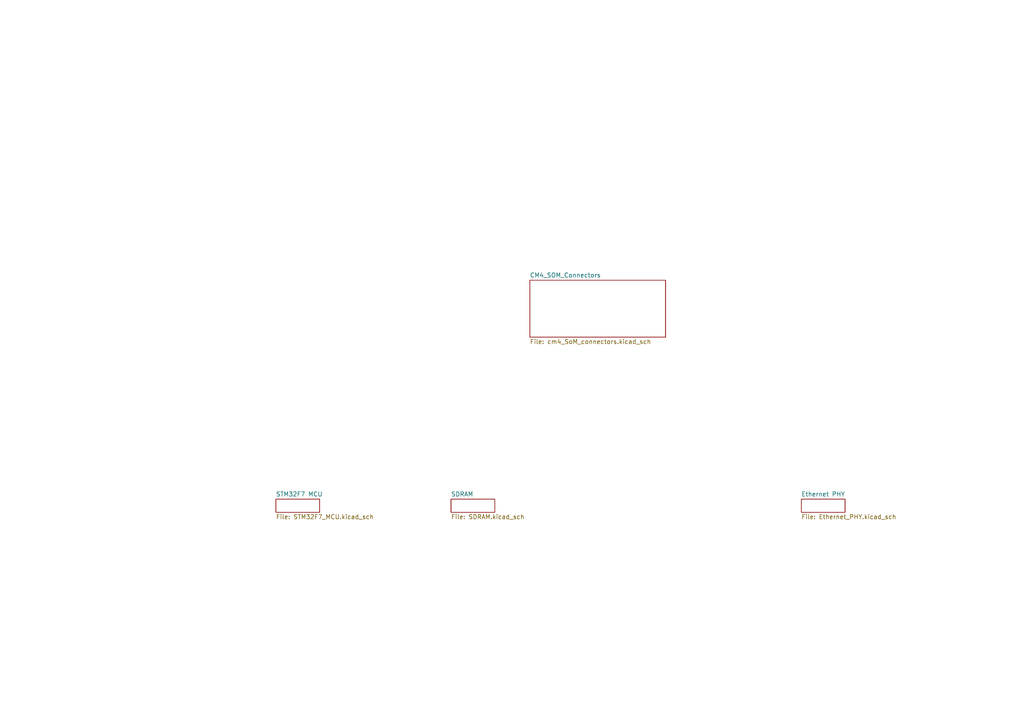
<source format=kicad_sch>
(kicad_sch (version 20230121) (generator eeschema)
  (paper "A4")
  (lib_symbols)
  (sheet (at 80.01 144.78) (size 12.7 3.81)
    (property "Sheetname" "STM32F7 MCU" (at 80.01 144.0684 0) (effects (justify left bottom)))
    (property "Sheetfile" "STM32F7_MCU.kicad_sch" (at 80.01 149.1746 0) (effects (justify left top)))
  )
  (sheet (at 153.67 81.28) (size 39.37 16.51) (stroke (width 0.1524))
    (property "Sheetname" "CM4_SOM_Connectors" (at 153.67 80.5684 0) (effects (justify left bottom)))
    (property "Sheetfile" "cm4_SoM_connectors.kicad_sch" (at 153.67 98.3746 0) (effects (justify left top)))
  )
  (sheet (at 130.81 144.78) (size 12.7 3.81)
    (property "Sheetname" "SDRAM" (at 130.81 144.0684 0) (effects (justify left bottom)))
    (property "Sheetfile" "SDRAM.kicad_sch" (at 130.81 149.1746 0) (effects (justify left top)))
  )
  (sheet (at 232.41 144.78) (size 12.7 3.81)
    (property "Sheetname" "Ethernet PHY" (at 232.41 144.0684 0) (effects (justify left bottom)))
    (property "Sheetfile" "Ethernet_PHY.kicad_sch" (at 232.41 149.1746 0) (effects (justify left top)))
  )
)
</source>
